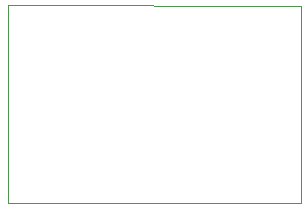
<source format=gbr>
%TF.GenerationSoftware,KiCad,Pcbnew,(6.0.5)*%
%TF.CreationDate,2022-06-14T11:23:11-03:00*%
%TF.ProjectId,Retro Video Amp,52657472-6f20-4566-9964-656f20416d70,rev?*%
%TF.SameCoordinates,Original*%
%TF.FileFunction,Profile,NP*%
%FSLAX46Y46*%
G04 Gerber Fmt 4.6, Leading zero omitted, Abs format (unit mm)*
G04 Created by KiCad (PCBNEW (6.0.5)) date 2022-06-14 11:23:11*
%MOMM*%
%LPD*%
G01*
G04 APERTURE LIST*
%TA.AperFunction,Profile*%
%ADD10C,0.100000*%
%TD*%
G04 APERTURE END LIST*
D10*
X47220000Y-31740000D02*
X47220000Y-15020000D01*
X22450000Y-31770000D02*
X47220000Y-31740000D01*
X22450000Y-14990000D02*
X22450000Y-31770000D01*
X47220000Y-15020000D02*
X22450000Y-14990000D01*
M02*

</source>
